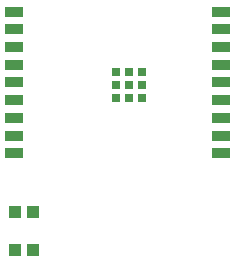
<source format=gbr>
%TF.GenerationSoftware,KiCad,Pcbnew,8.0.4*%
%TF.CreationDate,2024-07-30T18:13:19-04:00*%
%TF.ProjectId,esp32-c3-wroom-socket,65737033-322d-4633-932d-77726f6f6d2d,rev?*%
%TF.SameCoordinates,Original*%
%TF.FileFunction,Paste,Top*%
%TF.FilePolarity,Positive*%
%FSLAX46Y46*%
G04 Gerber Fmt 4.6, Leading zero omitted, Abs format (unit mm)*
G04 Created by KiCad (PCBNEW 8.0.4) date 2024-07-30 18:13:19*
%MOMM*%
%LPD*%
G01*
G04 APERTURE LIST*
%ADD10R,1.500000X0.900000*%
%ADD11R,0.700000X0.700000*%
%ADD12R,1.041400X1.117600*%
G04 APERTURE END LIST*
D10*
%TO.C,U1*%
X148190000Y-58200000D03*
X148190000Y-59700000D03*
X148190000Y-61200000D03*
X148190000Y-62700000D03*
X148190000Y-64200000D03*
X148190000Y-65700000D03*
X148190000Y-67200000D03*
X148190000Y-68700000D03*
X148190000Y-70200000D03*
X165690000Y-70200000D03*
X165690000Y-68700000D03*
X165690000Y-67200000D03*
X165690000Y-65700000D03*
X165690000Y-64200000D03*
X165690000Y-62700000D03*
X165690000Y-61200000D03*
X165690000Y-59700000D03*
X165690000Y-58200000D03*
D11*
X156800000Y-63300000D03*
X157900000Y-63300000D03*
X159000000Y-63300000D03*
X156800000Y-64400000D03*
X157900000Y-64400000D03*
X159000000Y-64400000D03*
X156800000Y-65500000D03*
X157900000Y-65500000D03*
X159000000Y-65500000D03*
%TD*%
D12*
%TO.C,LED1*%
X149750001Y-75200000D03*
X148249999Y-75200000D03*
X148249999Y-78400400D03*
X149750001Y-78400400D03*
%TD*%
M02*

</source>
